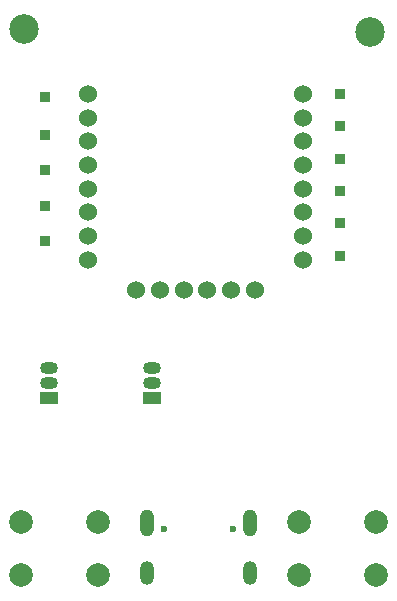
<source format=gbr>
%TF.GenerationSoftware,KiCad,Pcbnew,7.0.9*%
%TF.CreationDate,2024-01-07T11:32:02+01:00*%
%TF.ProjectId,esp32_programmer,65737033-325f-4707-926f-6772616d6d65,rev?*%
%TF.SameCoordinates,Original*%
%TF.FileFunction,Soldermask,Bot*%
%TF.FilePolarity,Negative*%
%FSLAX46Y46*%
G04 Gerber Fmt 4.6, Leading zero omitted, Abs format (unit mm)*
G04 Created by KiCad (PCBNEW 7.0.9) date 2024-01-07 11:32:02*
%MOMM*%
%LPD*%
G01*
G04 APERTURE LIST*
%ADD10R,0.850000X0.850000*%
%ADD11C,2.000000*%
%ADD12R,1.500000X1.050000*%
%ADD13O,1.500000X1.050000*%
%ADD14C,1.524000*%
%ADD15C,0.600000*%
%ADD16O,1.200000X2.300000*%
%ADD17O,1.200000X2.000000*%
%ADD18C,2.500000*%
G04 APERTURE END LIST*
D10*
%TO.C,PIN2*%
X157750000Y-104500000D03*
%TD*%
%TO.C,PIN16*%
X132750000Y-106000000D03*
%TD*%
%TO.C,TX*%
X157750000Y-96250000D03*
%TD*%
D11*
%TO.C,SW2*%
X154250000Y-129750000D03*
X160750000Y-129750000D03*
X154250000Y-134250000D03*
X160750000Y-134250000D03*
%TD*%
D12*
%TO.C,Q2*%
X141860000Y-119270000D03*
D13*
X141860000Y-118000000D03*
X141860000Y-116730000D03*
%TD*%
D14*
%TO.C,U2*%
X136400000Y-93550000D03*
X136400000Y-95550000D03*
X136400000Y-97550000D03*
X136400000Y-99550000D03*
X136400000Y-101550000D03*
X136400000Y-103550000D03*
X136400000Y-105550000D03*
X136400000Y-107550000D03*
X140500000Y-110150000D03*
X142500000Y-110150000D03*
X144500000Y-110150000D03*
X146500000Y-110150000D03*
X148500000Y-110150000D03*
X150500000Y-110150000D03*
X154600000Y-107550000D03*
X154600000Y-105550000D03*
X154600000Y-103550000D03*
X154600000Y-101550000D03*
X154600000Y-99550000D03*
X154600000Y-97550000D03*
X154600000Y-95550000D03*
X154600000Y-93550000D03*
%TD*%
D10*
%TO.C,BOOT*%
X132750000Y-97000000D03*
%TD*%
D15*
%TO.C,P1*%
X142860000Y-130385000D03*
X148640000Y-130385000D03*
D16*
X141425000Y-129885000D03*
D17*
X141425000Y-134085000D03*
D16*
X150075000Y-129885000D03*
D17*
X150075000Y-134085000D03*
%TD*%
D10*
%TO.C,EN*%
X132750000Y-100000000D03*
%TD*%
D18*
%TO.C,H13*%
X160250000Y-88250000D03*
%TD*%
D10*
%TO.C,RX*%
X157750000Y-99000000D03*
%TD*%
%TO.C,~RST*%
X157750000Y-93500000D03*
%TD*%
%TO.C,PIN15*%
X157750000Y-107250000D03*
%TD*%
D12*
%TO.C,Q1*%
X133110000Y-119270000D03*
D13*
X133110000Y-118000000D03*
X133110000Y-116730000D03*
%TD*%
D10*
%TO.C,PIN0*%
X157750000Y-101750000D03*
%TD*%
D18*
%TO.C,H12*%
X131000000Y-88000000D03*
%TD*%
D11*
%TO.C,SW1*%
X137250000Y-134250000D03*
X130750000Y-134250000D03*
X137250000Y-129750000D03*
X130750000Y-129750000D03*
%TD*%
D10*
%TO.C,GND*%
X132750000Y-103000000D03*
%TD*%
%TO.C,+5V*%
X132750000Y-93750000D03*
%TD*%
M02*

</source>
